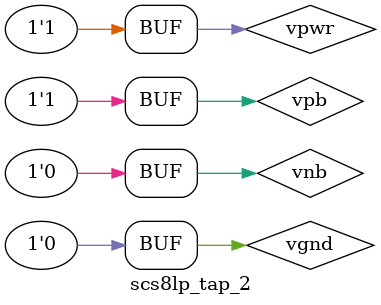
<source format=v>
`celldefine
`timescale 1ns / 1ps

module scs8lp_tap_2  (

`ifdef SC_USE_PG_PIN
input vpwr,
input vgnd,
input vpb,
input vnb
`endif

);

`ifdef functional
`else
`ifdef SC_USE_PG_PIN
`else
supply1 vpwr;
supply0 vgnd;
supply1 vpb;
supply0 vnb;
`endif
`endif

endmodule
`endcelldefine

</source>
